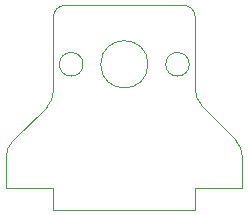
<source format=gbr>
%TF.GenerationSoftware,KiCad,Pcbnew,8.0.8*%
%TF.CreationDate,2025-01-30T22:17:02+01:00*%
%TF.ProjectId,mountingBracket,6d6f756e-7469-46e6-9742-7261636b6574,rev?*%
%TF.SameCoordinates,Original*%
%TF.FileFunction,Profile,NP*%
%FSLAX46Y46*%
G04 Gerber Fmt 4.6, Leading zero omitted, Abs format (unit mm)*
G04 Created by KiCad (PCBNEW 8.0.8) date 2025-01-30 22:17:02*
%MOMM*%
%LPD*%
G01*
G04 APERTURE LIST*
%TA.AperFunction,Profile*%
%ADD10C,0.050000*%
%TD*%
G04 APERTURE END LIST*
D10*
X-6000000Y-16300000D02*
X-6000000Y-14500000D01*
X10000000Y-14500000D02*
X10000004Y-11849998D01*
X-6000000Y0D02*
X-6000000Y-6234633D01*
X-6000000Y-14500000D02*
X-10000000Y-14500000D01*
X-6585786Y-7648847D02*
X-9414214Y-10451152D01*
X-6000000Y0D02*
G75*
G02*
X-5000000Y1000000I999999J1D01*
G01*
X6000000Y-14500000D02*
X10000000Y-14500000D01*
X-10000000Y-11865367D02*
G75*
G02*
X-9414214Y-10451152I2000009J-2D01*
G01*
X5000000Y1000000D02*
G75*
G02*
X6000000Y0I0J-1000000D01*
G01*
X5000000Y1000000D02*
X-5000000Y1000000D01*
X6000000Y-16300000D02*
X-6000000Y-16300000D01*
X6585783Y-7500000D02*
X9414217Y-10435784D01*
X6000000Y-16300000D02*
X6000000Y-14500000D01*
X6585783Y-7500000D02*
G75*
G02*
X6000007Y-6085786I1414217J1414200D01*
G01*
X2000000Y-4000000D02*
G75*
G02*
X-2000000Y-4000000I-2000000J0D01*
G01*
X-2000000Y-4000000D02*
G75*
G02*
X2000000Y-4000000I2000000J0D01*
G01*
X5500000Y-4000000D02*
G75*
G02*
X3500000Y-4000000I-1000000J0D01*
G01*
X3500000Y-4000000D02*
G75*
G02*
X5500000Y-4000000I1000000J0D01*
G01*
X6000000Y0D02*
X5999996Y-6085786D01*
X-6000000Y-6234633D02*
G75*
G02*
X-6585786Y-7648847I-2000004J1D01*
G01*
X-10000000Y-14500000D02*
X-10000000Y-11865367D01*
X-3500000Y-4000000D02*
G75*
G02*
X-5500000Y-4000000I-1000000J0D01*
G01*
X-5500000Y-4000000D02*
G75*
G02*
X-3500000Y-4000000I1000000J0D01*
G01*
X9414217Y-10435784D02*
G75*
G02*
X10000004Y-11849998I-1414217J-1414216D01*
G01*
M02*

</source>
